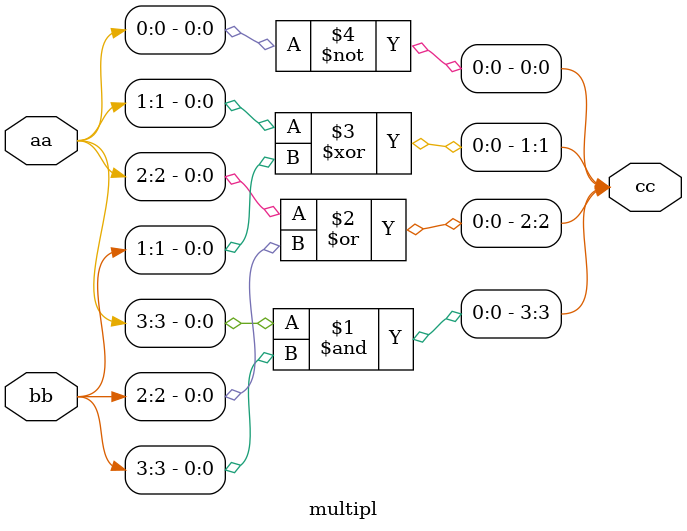
<source format=v>
module multipl(
   input [3:0]aa,
	input [3:0]bb,
	output [3:0]cc
);
assign cc[3] = aa[3] & bb[3];
assign cc[2] = aa[2] | bb[2];
assign cc[1] = aa[1] ^ bb[1];
assign cc[0] = ~aa[0];
endmodule

</source>
